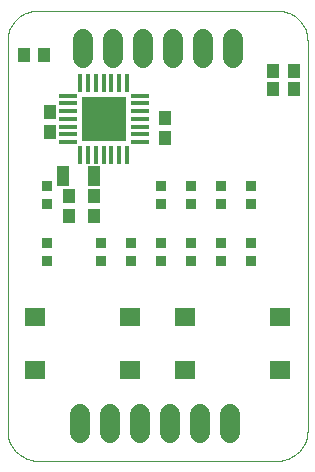
<source format=gts>
G75*
%MOIN*%
%OFA0B0*%
%FSLAX24Y24*%
%IPPOS*%
%LPD*%
%AMOC8*
5,1,8,0,0,1.08239X$1,22.5*
%
%ADD10C,0.0000*%
%ADD11R,0.0640X0.0180*%
%ADD12R,0.0180X0.0640*%
%ADD13R,0.1480X0.1480*%
%ADD14R,0.0434X0.0473*%
%ADD15R,0.0355X0.0355*%
%ADD16C,0.0680*%
%ADD17R,0.0670X0.0591*%
%ADD18R,0.0434X0.0650*%
D10*
X000646Y001140D02*
X000646Y014140D01*
X000648Y014200D01*
X000653Y014261D01*
X000662Y014320D01*
X000675Y014379D01*
X000691Y014438D01*
X000711Y014495D01*
X000734Y014550D01*
X000761Y014605D01*
X000790Y014657D01*
X000823Y014708D01*
X000859Y014757D01*
X000897Y014803D01*
X000939Y014847D01*
X000983Y014889D01*
X001029Y014927D01*
X001078Y014963D01*
X001129Y014996D01*
X001181Y015025D01*
X001236Y015052D01*
X001291Y015075D01*
X001348Y015095D01*
X001407Y015111D01*
X001466Y015124D01*
X001525Y015133D01*
X001586Y015138D01*
X001646Y015140D01*
X009646Y015140D01*
X009706Y015138D01*
X009767Y015133D01*
X009826Y015124D01*
X009885Y015111D01*
X009944Y015095D01*
X010001Y015075D01*
X010056Y015052D01*
X010111Y015025D01*
X010163Y014996D01*
X010214Y014963D01*
X010263Y014927D01*
X010309Y014889D01*
X010353Y014847D01*
X010395Y014803D01*
X010433Y014757D01*
X010469Y014708D01*
X010502Y014657D01*
X010531Y014605D01*
X010558Y014550D01*
X010581Y014495D01*
X010601Y014438D01*
X010617Y014379D01*
X010630Y014320D01*
X010639Y014261D01*
X010644Y014200D01*
X010646Y014140D01*
X010646Y001140D01*
X010644Y001080D01*
X010639Y001019D01*
X010630Y000960D01*
X010617Y000901D01*
X010601Y000842D01*
X010581Y000785D01*
X010558Y000730D01*
X010531Y000675D01*
X010502Y000623D01*
X010469Y000572D01*
X010433Y000523D01*
X010395Y000477D01*
X010353Y000433D01*
X010309Y000391D01*
X010263Y000353D01*
X010214Y000317D01*
X010163Y000284D01*
X010111Y000255D01*
X010056Y000228D01*
X010001Y000205D01*
X009944Y000185D01*
X009885Y000169D01*
X009826Y000156D01*
X009767Y000147D01*
X009706Y000142D01*
X009646Y000140D01*
X001646Y000140D01*
X001586Y000142D01*
X001525Y000147D01*
X001466Y000156D01*
X001407Y000169D01*
X001348Y000185D01*
X001291Y000205D01*
X001236Y000228D01*
X001181Y000255D01*
X001129Y000284D01*
X001078Y000317D01*
X001029Y000353D01*
X000983Y000391D01*
X000939Y000433D01*
X000897Y000477D01*
X000859Y000523D01*
X000823Y000572D01*
X000790Y000623D01*
X000761Y000675D01*
X000734Y000730D01*
X000711Y000785D01*
X000691Y000842D01*
X000675Y000901D01*
X000662Y000960D01*
X000653Y001019D01*
X000648Y001080D01*
X000646Y001140D01*
D11*
X002646Y010770D03*
X002646Y011030D03*
X002646Y011280D03*
X002646Y011540D03*
X002646Y011800D03*
X002646Y012050D03*
X002646Y012310D03*
X005046Y012310D03*
X005046Y012050D03*
X005046Y011800D03*
X005046Y011540D03*
X005046Y011280D03*
X005046Y011030D03*
X005046Y010770D03*
D12*
X004616Y010340D03*
X004356Y010340D03*
X004106Y010340D03*
X003846Y010340D03*
X003586Y010340D03*
X003336Y010340D03*
X003076Y010340D03*
X003076Y012740D03*
X003336Y012740D03*
X003586Y012740D03*
X003846Y012740D03*
X004106Y012740D03*
X004356Y012740D03*
X004616Y012740D03*
D13*
X003846Y011540D03*
D14*
X002076Y011765D03*
X002076Y011095D03*
X002696Y008975D03*
X002696Y008305D03*
X003526Y008305D03*
X003526Y008975D03*
X005896Y010905D03*
X005896Y011575D03*
X009511Y012540D03*
X009511Y013140D03*
X010180Y013140D03*
X010180Y012540D03*
X001860Y013660D03*
X001191Y013660D03*
D15*
X001946Y009285D03*
X001946Y008695D03*
X001946Y007385D03*
X001946Y006795D03*
X003746Y006795D03*
X003746Y007385D03*
X004746Y007385D03*
X004746Y006795D03*
X005746Y006795D03*
X005746Y007385D03*
X005746Y008695D03*
X005746Y009285D03*
X006746Y009285D03*
X006746Y008695D03*
X007746Y008695D03*
X007746Y009285D03*
X008746Y009285D03*
X008746Y008695D03*
X008746Y007385D03*
X008746Y006795D03*
X007746Y006795D03*
X007746Y007385D03*
X006746Y007385D03*
X006746Y006795D03*
D16*
X007046Y001710D02*
X007046Y001070D01*
X008046Y001070D02*
X008046Y001710D01*
X006046Y001710D02*
X006046Y001070D01*
X005046Y001070D02*
X005046Y001710D01*
X004046Y001710D02*
X004046Y001070D01*
X003046Y001070D02*
X003046Y001710D01*
X003146Y013570D02*
X003146Y014210D01*
X004146Y014210D02*
X004146Y013570D01*
X005146Y013570D02*
X005146Y014210D01*
X006146Y014210D02*
X006146Y013570D01*
X007146Y013570D02*
X007146Y014210D01*
X008146Y014210D02*
X008146Y013570D01*
D17*
X009720Y004926D03*
X009720Y003154D03*
X006571Y003154D03*
X006571Y004926D03*
X004720Y004926D03*
X004720Y003154D03*
X001571Y003154D03*
X001571Y004926D03*
D18*
X002494Y009630D03*
X003518Y009630D03*
M02*

</source>
